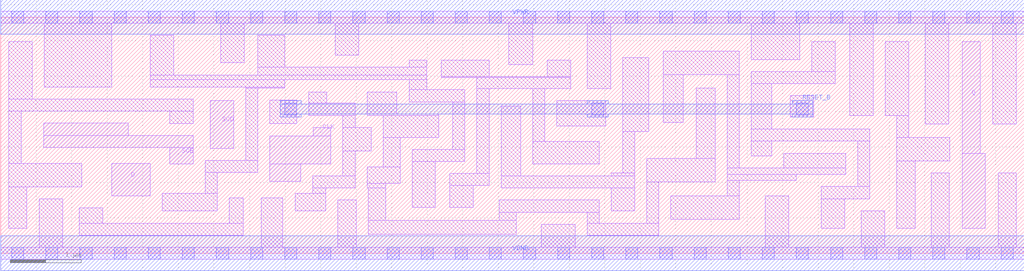
<source format=lef>
# Copyright 2020 The SkyWater PDK Authors
#
# Licensed under the Apache License, Version 2.0 (the "License");
# you may not use this file except in compliance with the License.
# You may obtain a copy of the License at
#
#     https://www.apache.org/licenses/LICENSE-2.0
#
# Unless required by applicable law or agreed to in writing, software
# distributed under the License is distributed on an "AS IS" BASIS,
# WITHOUT WARRANTIES OR CONDITIONS OF ANY KIND, either express or implied.
# See the License for the specific language governing permissions and
# limitations under the License.
#
# SPDX-License-Identifier: Apache-2.0

VERSION 5.7 ;
  NOWIREEXTENSIONATPIN ON ;
  DIVIDERCHAR "/" ;
  BUSBITCHARS "[]" ;
UNITS
  DATABASE MICRONS 200 ;
END UNITS
MACRO sky130_fd_sc_ms__sdfrtp_2
  CLASS CORE ;
  FOREIGN sky130_fd_sc_ms__sdfrtp_2 ;
  ORIGIN  0.000000  0.000000 ;
  SIZE  14.40000 BY  3.330000 ;
  SYMMETRY X Y R90 ;
  SITE unit ;
  PIN D
    ANTENNAGATEAREA  0.178200 ;
    DIRECTION INPUT ;
    USE SIGNAL ;
    PORT
      LAYER li1 ;
        RECT 1.565000 0.810000 2.100000 1.265000 ;
    END
  END D
  PIN Q
    ANTENNADIFFAREA  0.509600 ;
    DIRECTION OUTPUT ;
    USE SIGNAL ;
    PORT
      LAYER li1 ;
        RECT 13.525000 0.350000 13.855000 1.410000 ;
        RECT 13.525000 1.410000 13.785000 2.980000 ;
    END
  END Q
  PIN RESET_B
    ANTENNAGATEAREA  0.455400 ;
    DIRECTION INPUT ;
    USE SIGNAL ;
    PORT
      LAYER met1 ;
        RECT  3.935000 1.920000  4.225000 1.965000 ;
        RECT  3.935000 1.965000 11.425000 2.105000 ;
        RECT  3.935000 2.105000  4.225000 2.150000 ;
        RECT  8.255000 1.920000  8.545000 1.965000 ;
        RECT  8.255000 2.105000  8.545000 2.150000 ;
        RECT 11.135000 1.920000 11.425000 1.965000 ;
        RECT 11.135000 2.105000 11.425000 2.150000 ;
    END
  END RESET_B
  PIN SCD
    ANTENNAGATEAREA  0.178200 ;
    DIRECTION INPUT ;
    USE SIGNAL ;
    PORT
      LAYER li1 ;
        RECT 2.945000 1.480000 3.275000 2.150000 ;
    END
  END SCD
  PIN SCE
    ANTENNAGATEAREA  0.356400 ;
    DIRECTION INPUT ;
    USE SIGNAL ;
    PORT
      LAYER li1 ;
        RECT 0.605000 1.490000 2.705000 1.660000 ;
        RECT 0.605000 1.660000 1.795000 1.835000 ;
        RECT 2.375000 1.260000 2.705000 1.490000 ;
    END
  END SCE
  PIN CLK
    ANTENNAGATEAREA  0.312600 ;
    DIRECTION INPUT ;
    USE CLOCK ;
    PORT
      LAYER li1 ;
        RECT 3.785000 1.015000 4.220000 1.260000 ;
        RECT 3.785000 1.260000 4.645000 1.650000 ;
        RECT 4.395000 1.650000 4.645000 1.775000 ;
    END
  END CLK
  PIN VGND
    DIRECTION INOUT ;
    USE GROUND ;
    PORT
      LAYER met1 ;
        RECT 0.000000 -0.245000 14.400000 0.245000 ;
    END
  END VGND
  PIN VPWR
    DIRECTION INOUT ;
    USE POWER ;
    PORT
      LAYER met1 ;
        RECT 0.000000 3.085000 14.400000 3.575000 ;
    END
  END VPWR
  OBS
    LAYER li1 ;
      RECT  0.000000 -0.085000 14.400000 0.085000 ;
      RECT  0.000000  3.245000 14.400000 3.415000 ;
      RECT  0.115000  0.350000  0.365000 0.935000 ;
      RECT  0.115000  0.935000  1.140000 1.265000 ;
      RECT  0.115000  1.265000  0.285000 2.005000 ;
      RECT  0.115000  2.005000  2.705000 2.175000 ;
      RECT  0.115000  2.175000  0.445000 2.980000 ;
      RECT  0.545000  0.085000  0.875000 0.765000 ;
      RECT  0.615000  2.345000  1.565000 3.245000 ;
      RECT  1.105000  0.255000  3.415000 0.425000 ;
      RECT  1.105000  0.425000  1.435000 0.640000 ;
      RECT  2.105000  2.345000  3.995000 2.445000 ;
      RECT  2.105000  2.445000  5.995000 2.515000 ;
      RECT  2.105000  2.515000  2.435000 3.075000 ;
      RECT  2.270000  0.595000  3.045000 0.845000 ;
      RECT  2.375000  1.830000  2.705000 2.005000 ;
      RECT  2.875000  0.845000  3.045000 1.140000 ;
      RECT  2.875000  1.140000  3.615000 1.310000 ;
      RECT  3.095000  2.685000  3.425000 3.245000 ;
      RECT  3.215000  0.425000  3.415000 0.780000 ;
      RECT  3.445000  1.310000  3.615000 2.330000 ;
      RECT  3.445000  2.330000  3.995000 2.345000 ;
      RECT  3.615000  2.515000  5.995000 2.625000 ;
      RECT  3.615000  2.625000  3.995000 3.075000 ;
      RECT  3.665000  0.085000  3.965000 0.780000 ;
      RECT  3.785000  1.830000  4.165000 2.160000 ;
      RECT  4.145000  0.595000  4.570000 0.845000 ;
      RECT  4.335000  1.945000  4.985000 2.115000 ;
      RECT  4.335000  2.115000  4.585000 2.275000 ;
      RECT  4.390000  0.845000  4.570000 0.920000 ;
      RECT  4.390000  0.920000  4.985000 1.090000 ;
      RECT  4.705000  2.795000  5.035000 3.245000 ;
      RECT  4.740000  0.085000  5.000000 0.750000 ;
      RECT  4.815000  1.090000  4.985000 1.445000 ;
      RECT  4.815000  1.445000  5.215000 1.775000 ;
      RECT  4.815000  1.775000  4.985000 1.945000 ;
      RECT  5.155000  0.920000  5.420000 0.985000 ;
      RECT  5.155000  0.985000  5.620000 1.220000 ;
      RECT  5.155000  1.945000  6.165000 1.965000 ;
      RECT  5.155000  1.965000  5.575000 2.275000 ;
      RECT  5.170000  0.265000  7.255000 0.465000 ;
      RECT  5.170000  0.465000  5.420000 0.920000 ;
      RECT  5.385000  1.220000  5.620000 1.635000 ;
      RECT  5.385000  1.635000  6.165000 1.945000 ;
      RECT  5.745000  2.135000  6.530000 2.305000 ;
      RECT  5.745000  2.305000  5.995000 2.445000 ;
      RECT  5.745000  2.625000  5.995000 2.725000 ;
      RECT  5.790000  0.650000  6.115000 1.295000 ;
      RECT  5.790000  1.295000  6.530000 1.465000 ;
      RECT  6.195000  2.475000  8.020000 2.490000 ;
      RECT  6.195000  2.490000  6.870000 2.725000 ;
      RECT  6.315000  0.645000  6.645000 0.955000 ;
      RECT  6.315000  0.955000  6.870000 1.125000 ;
      RECT  6.360000  1.465000  6.530000 2.135000 ;
      RECT  6.700000  1.125000  6.870000 2.320000 ;
      RECT  6.700000  2.320000  8.020000 2.475000 ;
      RECT  7.015000  0.465000  7.255000 0.580000 ;
      RECT  7.015000  0.580000  8.420000 0.750000 ;
      RECT  7.040000  0.920000  8.920000 1.090000 ;
      RECT  7.040000  1.090000  7.315000 2.075000 ;
      RECT  7.150000  2.660000  7.485000 3.245000 ;
      RECT  7.485000  1.260000  8.420000 1.575000 ;
      RECT  7.485000  1.575000  7.655000 2.320000 ;
      RECT  7.605000  0.085000  8.080000 0.410000 ;
      RECT  7.690000  2.490000  8.020000 2.725000 ;
      RECT  7.825000  1.795000  8.515000 2.150000 ;
      RECT  8.250000  0.255000  9.260000 0.425000 ;
      RECT  8.250000  0.425000  8.420000 0.580000 ;
      RECT  8.250000  2.320000  8.580000 3.245000 ;
      RECT  8.590000  0.595000  8.920000 0.920000 ;
      RECT  8.590000  1.090000  8.920000 1.130000 ;
      RECT  8.750000  1.130000  8.920000 1.715000 ;
      RECT  8.750000  1.715000  9.115000 2.755000 ;
      RECT  9.090000  0.425000  9.260000 1.005000 ;
      RECT  9.090000  1.005000 10.050000 1.335000 ;
      RECT  9.320000  1.840000  9.600000 2.520000 ;
      RECT  9.320000  2.520000 10.390000 2.850000 ;
      RECT  9.430000  0.480000 10.390000 0.810000 ;
      RECT  9.785000  1.335000 10.050000 2.330000 ;
      RECT 10.220000  0.810000 10.390000 1.030000 ;
      RECT 10.220000  1.030000 11.190000 1.110000 ;
      RECT 10.220000  1.110000 11.890000 1.200000 ;
      RECT 10.220000  1.200000 10.390000 2.520000 ;
      RECT 10.560000  1.370000 10.850000 1.580000 ;
      RECT 10.560000  1.580000 12.230000 1.750000 ;
      RECT 10.560000  1.750000 10.850000 2.390000 ;
      RECT 10.560000  2.390000 11.740000 2.560000 ;
      RECT 10.560000  2.730000 11.240000 3.245000 ;
      RECT 10.755000  0.085000 11.085000 0.810000 ;
      RECT 11.020000  1.200000 11.890000 1.410000 ;
      RECT 11.110000  1.920000 11.440000 2.220000 ;
      RECT 11.410000  2.560000 11.740000 2.980000 ;
      RECT 11.545000  0.350000 11.875000 0.770000 ;
      RECT 11.545000  0.770000 12.230000 0.940000 ;
      RECT 11.945000  1.940000 12.275000 3.245000 ;
      RECT 12.060000  0.940000 12.230000 1.580000 ;
      RECT 12.105000  0.085000 12.435000 0.600000 ;
      RECT 12.445000  1.940000 12.775000 2.980000 ;
      RECT 12.605000  0.350000 12.865000 1.300000 ;
      RECT 12.605000  1.300000 13.355000 1.630000 ;
      RECT 12.605000  1.630000 12.775000 1.940000 ;
      RECT 13.005000  1.820000 13.335000 3.245000 ;
      RECT 13.095000  0.085000 13.345000 1.130000 ;
      RECT 13.955000  1.820000 14.285000 3.245000 ;
      RECT 14.035000  0.085000 14.285000 1.130000 ;
    LAYER mcon ;
      RECT  0.155000 -0.085000  0.325000 0.085000 ;
      RECT  0.155000  3.245000  0.325000 3.415000 ;
      RECT  0.635000 -0.085000  0.805000 0.085000 ;
      RECT  0.635000  3.245000  0.805000 3.415000 ;
      RECT  1.115000 -0.085000  1.285000 0.085000 ;
      RECT  1.115000  3.245000  1.285000 3.415000 ;
      RECT  1.595000 -0.085000  1.765000 0.085000 ;
      RECT  1.595000  3.245000  1.765000 3.415000 ;
      RECT  2.075000 -0.085000  2.245000 0.085000 ;
      RECT  2.075000  3.245000  2.245000 3.415000 ;
      RECT  2.555000 -0.085000  2.725000 0.085000 ;
      RECT  2.555000  3.245000  2.725000 3.415000 ;
      RECT  3.035000 -0.085000  3.205000 0.085000 ;
      RECT  3.035000  3.245000  3.205000 3.415000 ;
      RECT  3.515000 -0.085000  3.685000 0.085000 ;
      RECT  3.515000  3.245000  3.685000 3.415000 ;
      RECT  3.995000 -0.085000  4.165000 0.085000 ;
      RECT  3.995000  1.950000  4.165000 2.120000 ;
      RECT  3.995000  3.245000  4.165000 3.415000 ;
      RECT  4.475000 -0.085000  4.645000 0.085000 ;
      RECT  4.475000  3.245000  4.645000 3.415000 ;
      RECT  4.955000 -0.085000  5.125000 0.085000 ;
      RECT  4.955000  3.245000  5.125000 3.415000 ;
      RECT  5.435000 -0.085000  5.605000 0.085000 ;
      RECT  5.435000  3.245000  5.605000 3.415000 ;
      RECT  5.915000 -0.085000  6.085000 0.085000 ;
      RECT  5.915000  3.245000  6.085000 3.415000 ;
      RECT  6.395000 -0.085000  6.565000 0.085000 ;
      RECT  6.395000  3.245000  6.565000 3.415000 ;
      RECT  6.875000 -0.085000  7.045000 0.085000 ;
      RECT  6.875000  3.245000  7.045000 3.415000 ;
      RECT  7.355000 -0.085000  7.525000 0.085000 ;
      RECT  7.355000  3.245000  7.525000 3.415000 ;
      RECT  7.835000 -0.085000  8.005000 0.085000 ;
      RECT  7.835000  3.245000  8.005000 3.415000 ;
      RECT  8.315000 -0.085000  8.485000 0.085000 ;
      RECT  8.315000  1.950000  8.485000 2.120000 ;
      RECT  8.315000  3.245000  8.485000 3.415000 ;
      RECT  8.795000 -0.085000  8.965000 0.085000 ;
      RECT  8.795000  3.245000  8.965000 3.415000 ;
      RECT  9.275000 -0.085000  9.445000 0.085000 ;
      RECT  9.275000  3.245000  9.445000 3.415000 ;
      RECT  9.755000 -0.085000  9.925000 0.085000 ;
      RECT  9.755000  3.245000  9.925000 3.415000 ;
      RECT 10.235000 -0.085000 10.405000 0.085000 ;
      RECT 10.235000  3.245000 10.405000 3.415000 ;
      RECT 10.715000 -0.085000 10.885000 0.085000 ;
      RECT 10.715000  3.245000 10.885000 3.415000 ;
      RECT 11.195000 -0.085000 11.365000 0.085000 ;
      RECT 11.195000  1.950000 11.365000 2.120000 ;
      RECT 11.195000  3.245000 11.365000 3.415000 ;
      RECT 11.675000 -0.085000 11.845000 0.085000 ;
      RECT 11.675000  3.245000 11.845000 3.415000 ;
      RECT 12.155000 -0.085000 12.325000 0.085000 ;
      RECT 12.155000  3.245000 12.325000 3.415000 ;
      RECT 12.635000 -0.085000 12.805000 0.085000 ;
      RECT 12.635000  3.245000 12.805000 3.415000 ;
      RECT 13.115000 -0.085000 13.285000 0.085000 ;
      RECT 13.115000  3.245000 13.285000 3.415000 ;
      RECT 13.595000 -0.085000 13.765000 0.085000 ;
      RECT 13.595000  3.245000 13.765000 3.415000 ;
      RECT 14.075000 -0.085000 14.245000 0.085000 ;
      RECT 14.075000  3.245000 14.245000 3.415000 ;
  END
END sky130_fd_sc_ms__sdfrtp_2
END LIBRARY

</source>
